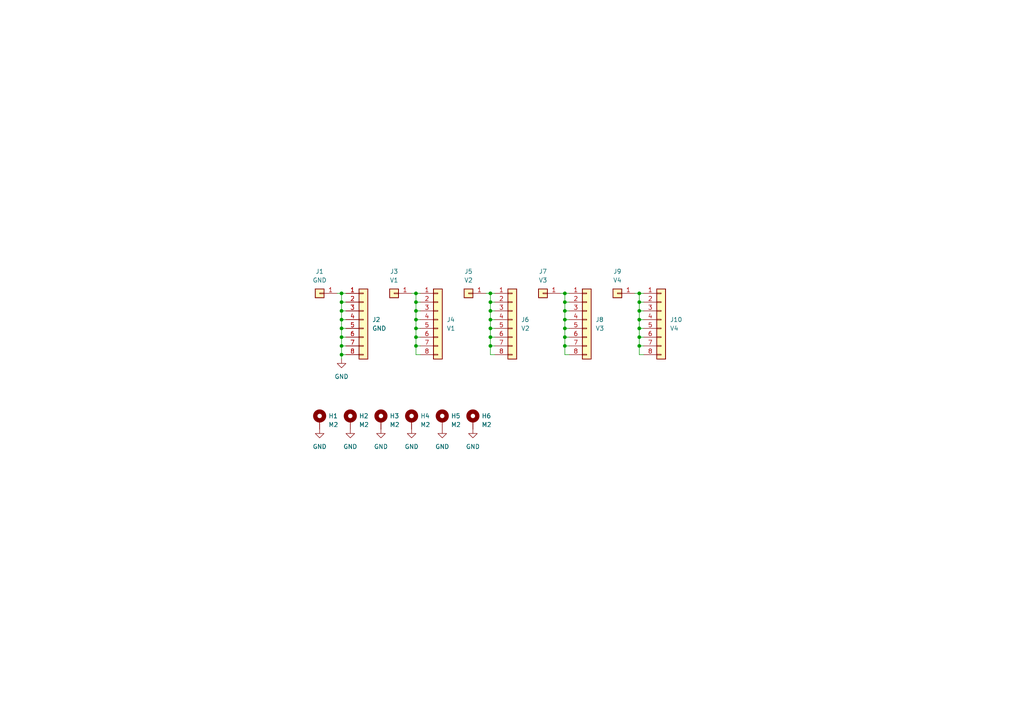
<source format=kicad_sch>
(kicad_sch (version 20211123) (generator eeschema)
  (paper "A4")
  (title_block (title "014-Base power board") (date "2022-11-10") (rev "1") (company "Halidelabs") (comment 1 "contact@halidelabs.eu"))
  (lib_symbols
    (symbol "Connector_Generic:Conn_01x01" (pin_names (offset 1.016) hide)
      (property "Reference" "J" (at 0 2.54 0))
      (property "Value" "Conn_01x01" (at 0 -2.54 0))
      (symbol "Conn_01x01_1_1"
        (rectangle (start -1.27 0.127) (end 0 -0.127) (stroke (width 0.1524)))
        (rectangle (start -1.27 1.27) (end 1.27 -1.27) (stroke (width 0.254)) (fill (type background)))
        (pin passive line (at -5.08 0 0) (length 3.81) (name "Pin_1") (number "1"))
      )
    )
    (symbol "Connector_Generic:Conn_01x08" (pin_names (offset 1.016) hide)
      (property "Reference" "J" (at 0 10.16 0))
      (property "Value" "Conn_01x08" (at 0 -12.7 0))
      (symbol "Conn_01x08_1_1"
        (rectangle (start -1.27 -10.033) (end 0 -10.287) (stroke (width 0.1524)))
        (rectangle (start -1.27 -7.493) (end 0 -7.747) (stroke (width 0.1524)))
        (rectangle (start -1.27 -4.953) (end 0 -5.207) (stroke (width 0.1524)))
        (rectangle (start -1.27 -2.413) (end 0 -2.667) (stroke (width 0.1524)))
        (rectangle (start -1.27 0.127) (end 0 -0.127) (stroke (width 0.1524)))
        (rectangle (start -1.27 2.667) (end 0 2.413) (stroke (width 0.1524)))
        (rectangle (start -1.27 5.207) (end 0 4.953) (stroke (width 0.1524)))
        (rectangle (start -1.27 7.747) (end 0 7.493) (stroke (width 0.1524)))
        (rectangle (start -1.27 8.89) (end 1.27 -11.43) (stroke (width 0.254)) (fill (type background)))
        (pin passive line (at -5.08 7.62 0) (length 3.81) (name "Pin_1") (number "1"))
        (pin passive line (at -5.08 5.08 0) (length 3.81) (name "Pin_2") (number "2"))
        (pin passive line (at -5.08 2.54 0) (length 3.81) (name "Pin_3") (number "3"))
        (pin passive line (at -5.08 0 0) (length 3.81) (name "Pin_4") (number "4"))
        (pin passive line (at -5.08 -2.54 0) (length 3.81) (name "Pin_5") (number "5"))
        (pin passive line (at -5.08 -5.08 0) (length 3.81) (name "Pin_6") (number "6"))
        (pin passive line (at -5.08 -7.62 0) (length 3.81) (name "Pin_7") (number "7"))
        (pin passive line (at -5.08 -10.16 0) (length 3.81) (name "Pin_8") (number "8"))
      )
    )
    (symbol "Mechanical:MountingHole_Pad" (pin_numbers hide) (pin_names (offset 1.016) hide)
      (property "Reference" "H" (at 0 6.35 0))
      (property "Value" "MountingHole_Pad" (at 0 4.445 0))
      (symbol "MountingHole_Pad_0_1"
        (circle (center 0 1.27) (radius 1.27) (stroke (width 1.27)))
      )
      (symbol "MountingHole_Pad_1_1"
        (pin input line (at 0 -2.54 90) (length 2.54) (name "1") (number "1"))
      )
    )
    (symbol "power:GND" (power) (pin_names (offset 0))
      (property "Value" "GND" (at 0 -3.81 0))
      (symbol "GND_0_1"
        (polyline (pts (xy 0 0) (xy 0 -1.27) (xy 1.27 -1.27) (xy 0 -2.54) (xy -1.27 -1.27) (xy 0 -1.27)))
      )
      (symbol "GND_1_1"
        (pin power_in line (at 0 0 270) (length 0) hide (name "GND") (number "1"))
      )
    )
  )
  (junction (at 163.83 92.71))
  (junction (at 120.65 100.33))
  (junction (at 142.24 87.63))
  (junction (at 142.24 85.09))
  (junction (at 185.42 97.79))
  (junction (at 163.83 90.17))
  (junction (at 185.42 87.63))
  (junction (at 99.06 97.79))
  (junction (at 120.65 90.17))
  (junction (at 163.83 87.63))
  (junction (at 163.83 95.25))
  (junction (at 163.83 100.33))
  (junction (at 99.06 92.71))
  (junction (at 185.42 95.25))
  (junction (at 142.24 100.33))
  (junction (at 120.65 85.09))
  (junction (at 185.42 92.71))
  (junction (at 142.24 97.79))
  (junction (at 99.06 100.33))
  (junction (at 99.06 95.25))
  (junction (at 142.24 90.17))
  (junction (at 120.65 95.25))
  (junction (at 163.83 97.79))
  (junction (at 120.65 97.79))
  (junction (at 163.83 85.09))
  (junction (at 185.42 100.33))
  (junction (at 142.24 95.25))
  (junction (at 99.06 87.63))
  (junction (at 120.65 87.63))
  (junction (at 185.42 85.09))
  (junction (at 99.06 90.17))
  (junction (at 120.65 92.71))
  (junction (at 99.06 85.09))
  (junction (at 142.24 92.71))
  (junction (at 185.42 90.17))
  (junction (at 99.06 102.87))
  (wire (pts (xy 163.83 87.63) (xy 165.1 87.63)))
  (wire (pts (xy 142.24 85.09) (xy 143.51 85.09)))
  (wire (pts (xy 99.06 90.17) (xy 100.33 90.17)))
  (wire (pts (xy 163.83 85.09) (xy 163.83 87.63)))
  (wire (pts (xy 99.06 100.33) (xy 99.06 102.87)))
  (wire (pts (xy 142.24 90.17) (xy 143.51 90.17)))
  (wire (pts (xy 142.24 85.09) (xy 142.24 87.63)))
  (wire (pts (xy 143.51 102.87) (xy 142.24 102.87)))
  (wire (pts (xy 185.42 87.63) (xy 185.42 90.17)))
  (wire (pts (xy 120.65 95.25) (xy 121.92 95.25)))
  (wire (pts (xy 99.06 102.87) (xy 99.06 104.14)))
  (wire (pts (xy 163.83 95.25) (xy 163.83 97.79)))
  (wire (pts (xy 120.65 85.09) (xy 120.65 87.63)))
  (wire (pts (xy 99.06 87.63) (xy 99.06 90.17)))
  (wire (pts (xy 185.42 90.17) (xy 186.69 90.17)))
  (wire (pts (xy 163.83 92.71) (xy 163.83 95.25)))
  (wire (pts (xy 142.24 90.17) (xy 142.24 92.71)))
  (wire (pts (xy 185.42 95.25) (xy 185.42 97.79)))
  (wire (pts (xy 99.06 85.09) (xy 100.33 85.09)))
  (wire (pts (xy 185.42 85.09) (xy 185.42 87.63)))
  (wire (pts (xy 142.24 95.25) (xy 143.51 95.25)))
  (wire (pts (xy 121.92 102.87) (xy 120.65 102.87)))
  (wire (pts (xy 163.83 90.17) (xy 163.83 92.71)))
  (wire (pts (xy 163.83 90.17) (xy 165.1 90.17)))
  (wire (pts (xy 163.83 97.79) (xy 163.83 100.33)))
  (wire (pts (xy 142.24 97.79) (xy 143.51 97.79)))
  (wire (pts (xy 163.83 87.63) (xy 163.83 90.17)))
  (wire (pts (xy 162.56 85.09) (xy 163.83 85.09)))
  (wire (pts (xy 185.42 90.17) (xy 185.42 92.71)))
  (wire (pts (xy 99.06 95.25) (xy 100.33 95.25)))
  (wire (pts (xy 186.69 102.87) (xy 185.42 102.87)))
  (wire (pts (xy 97.79 85.09) (xy 99.06 85.09)))
  (wire (pts (xy 99.06 92.71) (xy 99.06 95.25)))
  (wire (pts (xy 163.83 97.79) (xy 165.1 97.79)))
  (wire (pts (xy 120.65 97.79) (xy 121.92 97.79)))
  (wire (pts (xy 142.24 87.63) (xy 143.51 87.63)))
  (wire (pts (xy 120.65 90.17) (xy 120.65 92.71)))
  (wire (pts (xy 185.42 87.63) (xy 186.69 87.63)))
  (wire (pts (xy 120.65 100.33) (xy 120.65 102.87)))
  (wire (pts (xy 142.24 100.33) (xy 142.24 102.87)))
  (wire (pts (xy 99.06 85.09) (xy 99.06 87.63)))
  (wire (pts (xy 163.83 100.33) (xy 165.1 100.33)))
  (wire (pts (xy 163.83 100.33) (xy 163.83 102.87)))
  (wire (pts (xy 99.06 95.25) (xy 99.06 97.79)))
  (wire (pts (xy 140.97 85.09) (xy 142.24 85.09)))
  (wire (pts (xy 99.06 97.79) (xy 100.33 97.79)))
  (wire (pts (xy 99.06 87.63) (xy 100.33 87.63)))
  (wire (pts (xy 99.06 97.79) (xy 99.06 100.33)))
  (wire (pts (xy 99.06 100.33) (xy 100.33 100.33)))
  (wire (pts (xy 142.24 87.63) (xy 142.24 90.17)))
  (wire (pts (xy 120.65 90.17) (xy 121.92 90.17)))
  (wire (pts (xy 120.65 92.71) (xy 120.65 95.25)))
  (wire (pts (xy 184.15 85.09) (xy 185.42 85.09)))
  (wire (pts (xy 120.65 85.09) (xy 121.92 85.09)))
  (wire (pts (xy 120.65 92.71) (xy 121.92 92.71)))
  (wire (pts (xy 142.24 100.33) (xy 143.51 100.33)))
  (wire (pts (xy 142.24 95.25) (xy 142.24 97.79)))
  (wire (pts (xy 185.42 100.33) (xy 185.42 102.87)))
  (wire (pts (xy 163.83 92.71) (xy 165.1 92.71)))
  (wire (pts (xy 99.06 92.71) (xy 100.33 92.71)))
  (wire (pts (xy 185.42 97.79) (xy 185.42 100.33)))
  (wire (pts (xy 120.65 95.25) (xy 120.65 97.79)))
  (wire (pts (xy 120.65 87.63) (xy 120.65 90.17)))
  (wire (pts (xy 119.38 85.09) (xy 120.65 85.09)))
  (wire (pts (xy 165.1 102.87) (xy 163.83 102.87)))
  (wire (pts (xy 120.65 97.79) (xy 120.65 100.33)))
  (wire (pts (xy 99.06 90.17) (xy 99.06 92.71)))
  (wire (pts (xy 120.65 87.63) (xy 121.92 87.63)))
  (wire (pts (xy 185.42 97.79) (xy 186.69 97.79)))
  (wire (pts (xy 163.83 85.09) (xy 165.1 85.09)))
  (wire (pts (xy 185.42 85.09) (xy 186.69 85.09)))
  (wire (pts (xy 185.42 92.71) (xy 185.42 95.25)))
  (wire (pts (xy 142.24 97.79) (xy 142.24 100.33)))
  (wire (pts (xy 120.65 100.33) (xy 121.92 100.33)))
  (wire (pts (xy 142.24 92.71) (xy 142.24 95.25)))
  (wire (pts (xy 100.33 102.87) (xy 99.06 102.87)))
  (wire (pts (xy 142.24 92.71) (xy 143.51 92.71)))
  (wire (pts (xy 185.42 100.33) (xy 186.69 100.33)))
  (wire (pts (xy 163.83 95.25) (xy 165.1 95.25)))
  (wire (pts (xy 185.42 95.25) (xy 186.69 95.25)))
  (wire (pts (xy 185.42 92.71) (xy 186.69 92.71)))
  (symbol (lib_id "Connector_Generic:Conn_01x01") (at 157.48 85.09 180) (unit 1)
    (property "Reference" "J7" (at 157.48 78.74 0))
    (property "Value" "V3" (at 157.48 81.28 0))
    (property "Footprint" "modular-rf-bench-footprints:GC4012-F" (effects hide))
    (property "Datasheet" "https://www.tme.eu/Document/5e22ee33808542d94211954d7533e913/amass5.pdf" (effects hide))
  )
  (symbol (lib_id "power:GND") (at 119.38 124.46 0) (unit 1)
    (property "Reference" "#PWR05" (effects hide))
    (property "Value" "GND" (at 119.38 129.54 0))
  )
  (symbol (lib_id "power:GND") (at 137.16 124.46 0) (unit 1)
    (property "Reference" "#PWR07" (effects hide))
    (property "Value" "GND" (at 137.16 129.54 0))
  )
  (symbol (lib_id "Mechanical:MountingHole_Pad") (at 128.27 121.92 0) (unit 1)
    (property "Reference" "H5" (at 130.81 120.6499 0) (effects (justify left)))
    (property "Value" "M2" (at 130.81 123.1899 0) (effects (justify left)))
    (property "Footprint" "modular-rf-bench-footprints:M2-hole" (effects hide))
  )
  (symbol (lib_id "power:GND") (at 101.6 124.46 0) (unit 1)
    (property "Reference" "#PWR03" (effects hide))
    (property "Value" "GND" (at 101.6 129.54 0))
  )
  (symbol (lib_id "Connector_Generic:Conn_01x01") (at 114.3 85.09 180) (unit 1)
    (property "Reference" "J3" (at 114.3 78.74 0))
    (property "Value" "V1" (at 114.3 81.28 0))
    (property "Footprint" "modular-rf-bench-footprints:GC4012-F" (effects hide))
    (property "Datasheet" "https://www.tme.eu/Document/5e22ee33808542d94211954d7533e913/amass5.pdf" (effects hide))
  )
  (symbol (lib_id "Connector_Generic:Conn_01x08") (at 105.41 92.71 0) (unit 1)
    (property "Reference" "J2" (at 107.95 92.7099 0) (effects (justify left)))
    (property "Value" "GND" (at 107.95 95.2499 0) (effects (justify left)))
    (property "Footprint" "Connector_PinHeader_2.54mm:PinHeader_1x08_P2.54mm_Vertical_SMD_Pin1Left" (effects hide))
  )
  (symbol (lib_id "Mechanical:MountingHole_Pad") (at 119.38 121.92 0) (unit 1)
    (property "Reference" "H4" (at 121.92 120.6499 0) (effects (justify left)))
    (property "Value" "M2" (at 121.92 123.1899 0) (effects (justify left)))
    (property "Footprint" "modular-rf-bench-footprints:M2-hole" (effects hide))
  )
  (symbol (lib_id "power:GND") (at 110.49 124.46 0) (unit 1)
    (property "Reference" "#PWR04" (effects hide))
    (property "Value" "GND" (at 110.49 129.54 0))
  )
  (symbol (lib_id "Mechanical:MountingHole_Pad") (at 92.71 121.92 0) (unit 1)
    (property "Reference" "H1" (at 95.25 120.6499 0) (effects (justify left)))
    (property "Value" "M2" (at 95.25 123.1899 0) (effects (justify left)))
    (property "Footprint" "modular-rf-bench-footprints:M2-hole" (effects hide))
  )
  (symbol (lib_id "Connector_Generic:Conn_01x01") (at 135.89 85.09 180) (unit 1)
    (property "Reference" "J5" (at 135.89 78.74 0))
    (property "Value" "V2" (at 135.89 81.28 0))
    (property "Footprint" "modular-rf-bench-footprints:GC4012-F" (effects hide))
    (property "Datasheet" "https://www.tme.eu/Document/5e22ee33808542d94211954d7533e913/amass5.pdf" (effects hide))
  )
  (symbol (lib_id "Connector_Generic:Conn_01x08") (at 170.18 92.71 0) (unit 1)
    (property "Reference" "J8" (at 172.72 92.7099 0) (effects (justify left)))
    (property "Value" "V3" (at 172.72 95.2499 0) (effects (justify left)))
    (property "Footprint" "Connector_PinHeader_2.54mm:PinHeader_1x08_P2.54mm_Vertical_SMD_Pin1Left" (effects hide))
  )
  (symbol (lib_id "Connector_Generic:Conn_01x01") (at 92.71 85.09 180) (unit 1)
    (property "Reference" "J1" (at 92.71 78.74 0))
    (property "Value" "GND" (at 92.71 81.28 0))
    (property "Footprint" "modular-rf-bench-footprints:GC4012-F" (effects hide))
    (property "Datasheet" "https://www.tme.eu/Document/5e22ee33808542d94211954d7533e913/amass5.pdf" (effects hide))
  )
  (symbol (lib_id "power:GND") (at 92.71 124.46 0) (unit 1)
    (property "Reference" "#PWR01" (effects hide))
    (property "Value" "GND" (at 92.71 129.54 0))
  )
  (symbol (lib_id "Connector_Generic:Conn_01x08") (at 191.77 92.71 0) (unit 1)
    (property "Reference" "J10" (at 194.31 92.7099 0) (effects (justify left)))
    (property "Value" "V4" (at 194.31 95.2499 0) (effects (justify left)))
    (property "Footprint" "Connector_PinHeader_2.54mm:PinHeader_1x08_P2.54mm_Vertical_SMD_Pin1Left" (effects hide))
  )
  (symbol (lib_id "Connector_Generic:Conn_01x08") (at 148.59 92.71 0) (unit 1)
    (property "Reference" "J6" (at 151.13 92.7099 0) (effects (justify left)))
    (property "Value" "V2" (at 151.13 95.2499 0) (effects (justify left)))
    (property "Footprint" "Connector_PinHeader_2.54mm:PinHeader_1x08_P2.54mm_Vertical_SMD_Pin1Left" (effects hide))
  )
  (symbol (lib_id "Connector_Generic:Conn_01x08") (at 127 92.71 0) (unit 1)
    (property "Reference" "J4" (at 129.54 92.7099 0) (effects (justify left)))
    (property "Value" "V1" (at 129.54 95.2499 0) (effects (justify left)))
    (property "Footprint" "Connector_PinHeader_2.54mm:PinHeader_1x08_P2.54mm_Vertical_SMD_Pin1Left" (effects hide))
  )
  (symbol (lib_id "Mechanical:MountingHole_Pad") (at 101.6 121.92 0) (unit 1)
    (property "Reference" "H2" (at 104.14 120.6499 0) (effects (justify left)))
    (property "Value" "M2" (at 104.14 123.1899 0) (effects (justify left)))
    (property "Footprint" "modular-rf-bench-footprints:M2-hole" (effects hide))
  )
  (symbol (lib_id "power:GND") (at 99.06 104.14 0) (unit 1)
    (property "Reference" "#PWR02" (effects hide))
    (property "Value" "GND" (at 99.06 109.22 0))
  )
  (symbol (lib_id "Connector_Generic:Conn_01x01") (at 179.07 85.09 180) (unit 1)
    (property "Reference" "J9" (at 179.07 78.74 0))
    (property "Value" "V4" (at 179.07 81.28 0))
    (property "Footprint" "modular-rf-bench-footprints:GC4012-F" (effects hide))
    (property "Datasheet" "https://www.tme.eu/Document/5e22ee33808542d94211954d7533e913/amass5.pdf" (effects hide))
  )
  (symbol (lib_id "power:GND") (at 128.27 124.46 0) (unit 1)
    (property "Reference" "#PWR06" (effects hide))
    (property "Value" "GND" (at 128.27 129.54 0))
  )
  (symbol (lib_id "Mechanical:MountingHole_Pad") (at 110.49 121.92 0) (unit 1)
    (property "Reference" "H3" (at 113.03 120.6499 0) (effects (justify left)))
    (property "Value" "M2" (at 113.03 123.1899 0) (effects (justify left)))
    (property "Footprint" "modular-rf-bench-footprints:M2-hole" (effects hide))
  )
  (symbol (lib_id "Mechanical:MountingHole_Pad") (at 137.16 121.92 0) (unit 1)
    (property "Reference" "H6" (at 139.7 120.6499 0) (effects (justify left)))
    (property "Value" "M2" (at 139.7 123.1899 0) (effects (justify left)))
    (property "Footprint" "modular-rf-bench-footprints:M2-hole" (effects hide))
  )
)
</source>
